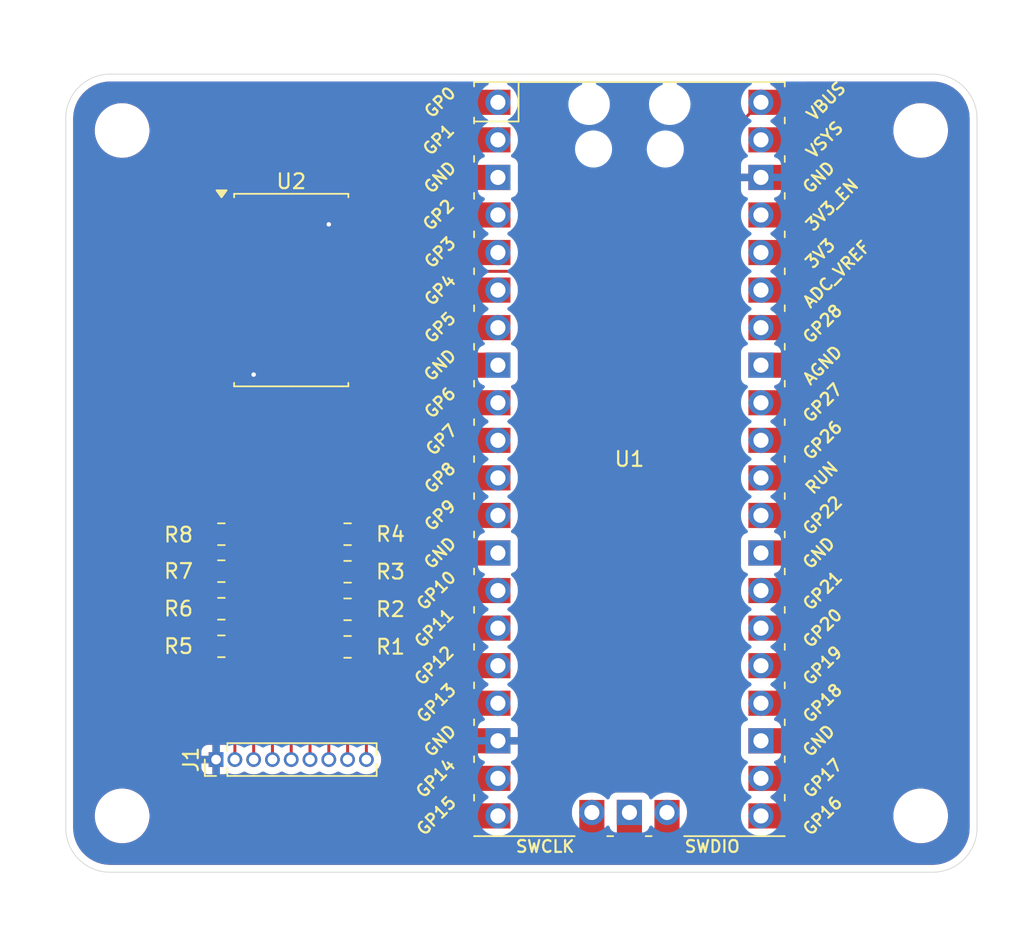
<source format=kicad_pcb>
(kicad_pcb (version 20240108) (generator "pcbnew") (generator_version "8.0")
  (layers (0 "F.Cu" signal) (31 "B.Cu" signal) (34 "B.Paste" user) (35 "F.Paste" user) (36 "B.SilkS" user "B.Silkscreen") (37 "F.SilkS" user "F.Silkscreen") (38 "B.Mask" user) (39 "F.Mask" user) (44 "Edge.Cuts" user))
  (net 0 "")
  (net 1 "Net-(J1-Pin_6)")
  (net 2 "Net-(J1-Pin_5)")
  (net 3 "Net-(J1-Pin_4)")
  (net 4 "GND")
  (net 5 "Net-(J1-Pin_7)")
  (net 6 "Net-(J1-Pin_3)")
  (net 7 "Net-(J1-Pin_8)")
  (net 8 "Net-(J1-Pin_2)")
  (net 9 "Net-(J1-Pin_9)")
  (net 10 "Net-(U2-1Y0)")
  (net 11 "Net-(U2-1Y1)")
  (net 12 "Net-(U2-1Y2)")
  (net 13 "Net-(U2-1Y3)")
  (net 14 "Net-(U2-2Y0)")
  (net 15 "Net-(U2-2Y1)")
  (net 16 "Net-(U2-2Y2)")
  (net 17 "Net-(U2-2Y3)")
  (net 18 "Net-(U1-GPIO4)")
  (net 19 "Net-(U1-GPIO1)")
  (net 20 "VCC")
  (net 21 "Net-(U1-GPIO5)")
  (net 22 "Net-(U1-GPIO0)")
  (net 23 "Net-(U1-GPIO2)")
  (net 24 "Net-(U1-GPIO3)")
  (net 25 "Net-(U1-GPIO7)")
  (net 26 "Net-(U1-GPIO6)")
  (footprint "Resistor_SMD:R_0805_2012Metric" (layer "F.Cu") (at 149.86 123.19)
    (property "Reference" "R1" (at 2.8975 0 0) (layer "F.SilkS"))
    (property "Value" "560R" (hide yes))
    (fp_line (start -0.227064 -0.735) (end 0.227064 -0.735) (stroke (width 0.12)) (layer "F.SilkS"))
    (fp_line (start -0.227064 0.735) (end 0.227064 0.735) (stroke (width 0.12)) (layer "F.SilkS"))
    (pad "1" smd roundrect (at -0.9125 0) (size 1.025 1.4) (layers "F.Cu" "F.Paste" "F.Mask") (roundrect_rratio 0.243902) (net 10 "Net-(U2-1Y0)"))
    (pad "2" smd roundrect (at 0.9125 0) (size 1.025 1.4) (layers "F.Cu" "F.Paste" "F.Mask") (roundrect_rratio 0.243902) (net 1 "Net-(J1-Pin_6)"))
  )
  (footprint "Resistor_SMD:R_0805_2012Metric" (layer "F.Cu") (at 141.3275 118.07)
    (property "Reference" "R7" (at -2.8975 0 0) (layer "F.SilkS"))
    (property "Value" "560R" (hide yes))
    (fp_line (start -0.227064 -0.735) (end 0.227064 -0.735) (stroke (width 0.12)) (layer "F.SilkS"))
    (fp_line (start -0.227064 0.735) (end 0.227064 0.735) (stroke (width 0.12)) (layer "F.SilkS"))
    (pad "1" smd roundrect (at -0.9125 0) (size 1.025 1.4) (layers "F.Cu" "F.Paste" "F.Mask") (roundrect_rratio 0.243902) (net 16 "Net-(U2-2Y2)"))
    (pad "2" smd roundrect (at 0.9125 0) (size 1.025 1.4) (layers "F.Cu" "F.Paste" "F.Mask") (roundrect_rratio 0.243902) (net 3 "Net-(J1-Pin_4)"))
  )
  (footprint "MountingHole:MountingHole_3.2mm_M3" (layer "F.Cu") (at 134.62 88.265)
    (property "Reference" "H1" (hide yes))
    (property "Value" "MountingHole" (hide yes))
    (pad "" np_thru_hole circle (at 0 0) (size 3.2 3.2) (drill 3.2) (layers "*.Cu" "*.Mask"))
  )
  (footprint "Resistor_SMD:R_0805_2012Metric" (layer "F.Cu") (at 141.3275 120.61)
    (property "Reference" "R6" (at -2.8975 0 0) (layer "F.SilkS"))
    (property "Value" "560R" (hide yes))
    (fp_line (start -0.227064 -0.735) (end 0.227064 -0.735) (stroke (width 0.12)) (layer "F.SilkS"))
    (fp_line (start -0.227064 0.735) (end 0.227064 0.735) (stroke (width 0.12)) (layer "F.SilkS"))
    (pad "1" smd roundrect (at -0.9125 0) (size 1.025 1.4) (layers "F.Cu" "F.Paste" "F.Mask") (roundrect_rratio 0.243902) (net 15 "Net-(U2-2Y1)"))
    (pad "2" smd roundrect (at 0.9125 0) (size 1.025 1.4) (layers "F.Cu" "F.Paste" "F.Mask") (roundrect_rratio 0.243902) (net 6 "Net-(J1-Pin_3)"))
  )
  (footprint "MountingHole:MountingHole_3.2mm_M3" (layer "F.Cu") (at 188.595 88.265)
    (property "Reference" "H2" (hide yes))
    (property "Value" "MountingHole" (hide yes))
    (pad "" np_thru_hole circle (at 0 0) (size 3.2 3.2) (drill 3.2) (layers "*.Cu" "*.Mask"))
  )
  (footprint "MountingHole:MountingHole_3.2mm_M3" (layer "F.Cu") (at 188.595 134.62)
    (property "Reference" "H4" (hide yes))
    (property "Value" "MountingHole" (hide yes))
    (pad "" np_thru_hole circle (at 0 0) (size 3.2 3.2) (drill 3.2) (layers "*.Cu" "*.Mask"))
  )
  (footprint "MountingHole:MountingHole_3.2mm_M3" (layer "F.Cu") (at 134.62 134.62)
    (property "Reference" "H3" (hide yes))
    (property "Value" "MountingHole" (hide yes))
    (pad "" np_thru_hole circle (at 0 0) (size 3.2 3.2) (drill 3.2) (layers "*.Cu" "*.Mask"))
  )
  (footprint "Resistor_SMD:R_0805_2012Metric" (layer "F.Cu") (at 149.86 120.65)
    (property "Reference" "R2" (at 2.8975 0 0) (layer "F.SilkS"))
    (property "Value" "560R" (hide yes))
    (fp_line (start -0.227064 -0.735) (end 0.227064 -0.735) (stroke (width 0.12)) (layer "F.SilkS"))
    (fp_line (start -0.227064 0.735) (end 0.227064 0.735) (stroke (width 0.12)) (layer "F.SilkS"))
    (pad "1" smd roundrect (at -0.9125 0) (size 1.025 1.4) (layers "F.Cu" "F.Paste" "F.Mask") (roundrect_rratio 0.243902) (net 11 "Net-(U2-1Y1)"))
    (pad "2" smd roundrect (at 0.9125 0) (size 1.025 1.4) (layers "F.Cu" "F.Paste" "F.Mask") (roundrect_rratio 0.243902) (net 5 "Net-(J1-Pin_7)"))
  )
  (footprint "Resistor_SMD:R_0805_2012Metric" (layer "F.Cu") (at 141.3275 123.15)
    (property "Reference" "R5" (at -2.8975 0 0) (layer "F.SilkS"))
    (property "Value" "560R" (hide yes))
    (fp_line (start -0.227064 -0.735) (end 0.227064 -0.735) (stroke (width 0.12)) (layer "F.SilkS"))
    (fp_line (start -0.227064 0.735) (end 0.227064 0.735) (stroke (width 0.12)) (layer "F.SilkS"))
    (pad "1" smd roundrect (at -0.9125 0) (size 1.025 1.4) (layers "F.Cu" "F.Paste" "F.Mask") (roundrect_rratio 0.243902) (net 14 "Net-(U2-2Y0)"))
    (pad "2" smd roundrect (at 0.9125 0) (size 1.025 1.4) (layers "F.Cu" "F.Paste" "F.Mask") (roundrect_rratio 0.243902) (net 8 "Net-(J1-Pin_2)"))
  )
  (footprint "MCU_RaspberryPi_and_Boards:RPi_Pico_SMD_TH" (layer "F.Cu") (at 168.91 110.49)
    (property "Reference" "U1" (at 0 0 0) (layer "F.SilkS"))
    (property "Value" "Pico")
    (fp_line (start -10.5 -25.5) (end -10.5 -25.2) (stroke (width 0.12)) (layer "F.SilkS"))
    (fp_line (start -10.5 -25.5) (end 10.5 -25.5) (stroke (width 0.12)) (layer "F.SilkS"))
    (fp_line (start -10.5 -23.1) (end -10.5 -22.7) (stroke (width 0.12)) (layer "F.SilkS"))
    (fp_line (start -10.5 -22.833) (end -7.493 -22.833) (stroke (width 0.12)) (layer "F.SilkS"))
    (fp_line (start -10.5 -20.5) (end -10.5 -20.1) (stroke (width 0.12)) (layer "F.SilkS"))
    (fp_line (start -10.5 -18) (end -10.5 -17.6) (stroke (width 0.12)) (layer "F.SilkS"))
    (fp_line (start -10.5 -15.4) (end -10.5 -15) (stroke (width 0.12)) (layer "F.SilkS"))
    (fp_line (start -10.5 -12.9) (end -10.5 -12.5) (stroke (width 0.12)) (layer "F.SilkS"))
    (fp_line (start -10.5 -10.4) (end -10.5 -10) (stroke (width 0.12)) (layer "F.SilkS"))
    (fp_line (start -10.5 -7.8) (end -10.5 -7.4) (stroke (width 0.12)) (layer "F.SilkS"))
    (fp_line (start -10.5 -5.3) (end -10.5 -4.9) (stroke (width 0.12)) (layer "F.SilkS"))
    (fp_line (start -10.5 -2.7) (end -10.5 -2.3) (stroke (width 0.12)) (layer "F.SilkS"))
    (fp_line (start -10.5 -0.2) (end -10.5 0.2) (stroke (width 0.12)) (layer "F.SilkS"))
    (fp_line (start -10.5 2.3) (end -10.5 2.7) (stroke (width 0.12)) (layer "F.SilkS"))
    (fp_line (start -10.5 4.9) (end -10.5 5.3) (stroke (width 0.12)) (layer "F.SilkS"))
    (fp_line (start -10.5 7.4) (end -10.5 7.8) (stroke (width 0.12)) (layer "F.SilkS"))
    (fp_line (start -10.5 10) (end -10.5 10.4) (stroke (width 0.12)) (layer "F.SilkS"))
    (fp_line (start -10.5 12.5) (end -10.5 12.9) (stroke (width 0.12)) (layer "F.SilkS"))
    (fp_line (start -10.5 15.1) (end -10.5 15.5) (stroke (width 0.12)) (layer "F.SilkS"))
    (fp_line (start -10.5 17.6) (end -10.5 18) (stroke (width 0.12)) (layer "F.SilkS"))
    (fp_line (start -10.5 20.1) (end -10.5 20.5) (stroke (width 0.12)) (layer "F.SilkS"))
    (fp_line (start -10.5 22.7) (end -10.5 23.1) (stroke (width 0.12)) (layer "F.SilkS"))
    (fp_line (start -7.493 -22.833) (end -7.493 -25.5) (stroke (width 0.12)) (layer "F.SilkS"))
    (fp_line (start -3.7 25.5) (end -10.5 25.5) (stroke (width 0.12)) (layer "F.SilkS"))
    (fp_line (start -1.5 25.5) (end -1.1 25.5) (stroke (width 0.12)) (layer "F.SilkS"))
    (fp_line (start 1.1 25.5) (end 1.5 25.5) (stroke (width 0.12)) (layer "F.SilkS"))
    (fp_line (start 10.5 -25.5) (end 10.5 -25.2) (stroke (width 0.12)) (layer "F.SilkS"))
    (fp_line (start 10.5 -23.1) (end 10.5 -22.7) (stroke (width 0.12)) (layer "F.SilkS"))
    (fp_line (start 10.5 -20.5) (end 10.5 -20.1) (stroke (width 0.12)) (layer "F.SilkS"))
    (fp_line (start 10.5 -18) (end 10.5 -17.6) (stroke (width 0.12)) (layer "F.SilkS"))
    (fp_line (start 10.5 -15.4) (end 10.5 -15) (stroke (width 0.12)) (layer "F.SilkS"))
    (fp_line (start 10.5 -12.9) (end 10.5 -12.5) (stroke (width 0.12)) (layer "F.SilkS"))
    (fp_line (start 10.5 -10.4) (end 10.5 -10) (stroke (width 0.12)) (layer "F.SilkS"))
    (fp_line (start 10.5 -7.8) (end 10.5 -7.4) (stroke (width 0.12)) (layer "F.SilkS"))
    (fp_line (start 10.5 -5.3) (end 10.5 -4.9) (stroke (width 0.12)) (layer "F.SilkS"))
    (fp_line (start 10.5 -2.7) (end 10.5 -2.3) (stroke (width 0.12)) (layer "F.SilkS"))
    (fp_line (start 10.5 -0.2) (end 10.5 0.2) (stroke (width 0.12)) (layer "F.SilkS"))
    (fp_line (start 10.5 2.3) (end 10.5 2.7) (stroke (width 0.12)) (layer "F.SilkS"))
    (fp_line (start 10.5 4.9) (end 10.5 5.3) (stroke (width 0.12)) (layer "F.SilkS"))
    (fp_line (start 10.5 7.4) (end 10.5 7.8) (stroke (width 0.12)) (layer "F.SilkS"))
    (fp_line (start 10.5 10) (end 10.5 10.4) (stroke (width 0.12)) (layer "F.SilkS"))
    (fp_line (start 10.5 12.5) (end 10.5 12.9) (stroke (width 0.12)) (layer "F.SilkS"))
    (fp_line (start 10.5 15.1) (end 10.5 15.5) (stroke (width 0.12)) (layer "F.SilkS"))
    (fp_line (start 10.5 17.6) (end 10.5 18) (stroke (width 0.12)) (layer "F.SilkS"))
    (fp_line (start 10.5 20.1) (end 10.5 20.5) (stroke (width 0.12)) (layer "F.SilkS"))
    (fp_line (start 10.5 22.7) (end 10.5 23.1) (stroke (width 0.12)) (layer "F.SilkS"))
    (fp_line (start 10.5 25.5) (end 3.7 25.5) (stroke (width 0.12)) (layer "F.SilkS"))
    (fp_text user "GP2" (at -12.9 -16.51 45) (layer "F.SilkS") (effects (font (size 0.8 0.8))))
    (fp_text user "VSYS" (at 13.2 -21.59 45) (layer "F.SilkS") (effects (font (size 0.8 0.8))))
    (fp_text user "GND" (at 12.8 -19.05 45) (layer "F.SilkS") (effects (font (size 0.8 0.8))))
    (fp_text user "GP28" (at 13.054 -9.144 45) (layer "F.SilkS") (effects (font (size 0.8 0.8))))
    (fp_text user "GP4" (at -12.8 -11.43 45) (layer "F.SilkS") (effects (font (size 0.8 0.8))))
    (fp_text user "SWDIO" (at 5.6 26.2 0) (layer "F.SilkS") (effects (font (size 0.8 0.8))))
    (fp_text user "GND" (at -12.8 -19.05 45) (layer "F.SilkS") (effects (font (size 0.8 0.8))))
    (fp_text user "GP19" (at 13.054 13.97 45) (layer "F.SilkS") (effects (font (size 0.8 0.8))))
    (fp_text user "3V3" (at 12.9 -13.9 45) (layer "F.SilkS") (effects (font (size 0.8 0.8))))
    (fp_text user "GP20" (at 13.054 11.43 45) (layer "F.SilkS") (effects (font (size 0.8 0.8))))
    (fp_text user "GP16" (at 13.054 24.13 45) (layer "F.SilkS") (effects (font (size 0.8 0.8))))
    (fp_text user "GP6" (at -12.8 -3.81 45) (layer "F.SilkS") (effects (font (size 0.8 0.8))))
    (fp_text user "GP10" (at -13.054 8.89 45) (layer "F.SilkS") (effects (font (size 0.8 0.8))))
    (fp_text user "3V3_EN" (at 13.7 -17.2 45) (layer "F.SilkS") (effects (font (size 0.8 0.8))))
    (fp_text user "GP7" (at -12.7 -1.3 45) (layer "F.SilkS") (effects (font (size 0.8 0.8))))
    (fp_text user "GP14" (at -13.1 21.59 45) (layer "F.SilkS") (effects (font (size 0.8 0.8))))
    (fp_text user "GP21" (at 13.054 8.9 45) (layer "F.SilkS") (effects (font (size 0.8 0.8))))
    (fp_text user "GP15" (at -13.054 24.13 45) (layer "F.SilkS") (effects (font (size 0.8 0.8))))
    (fp_text user "GP13" (at -13.054 16.51 45) (layer "F.SilkS") (effects (font (size 0.8 0.8))))
    (fp_text user "ADC_VREF" (at 14 -12.5 45) (layer "F.SilkS") (effects (font (size 0.8 0.8))))
    (fp_text user "GND" (at -12.8 -6.35 45) (layer "F.SilkS") (effects (font (size 0.8 0.8))))
    (fp_text user "GP0" (at -12.8 -24.13 45) (layer "F.SilkS") (effects (font (size 0.8 0.8))))
    (fp_text user "GP5" (at -12.8 -8.89 45) (layer "F.SilkS") (effects (font (size 0.8 0.8))))
    (fp_text user "GP3" (at -12.8 -13.97 45) (layer "F.SilkS") (effects (font (size 0.8 0.8))))
    (fp_text user "GP11" (at -13.2 11.43 45) (layer "F.SilkS") (effects (font (size 0.8 0.8))))
    (fp_text user "GND" (at -12.8 6.35 45) (layer "F.SilkS") (effects (font (size 0.8 0.8))))
    (fp_text user "SWCLK" (at -5.7 26.2 0) (layer "F.SilkS") (effects (font (size 0.8 0.8))))
    (fp_text user "GP22" (at 13.054 3.81 45) (layer "F.SilkS") (effects (font (size 0.8 0.8))))
    (fp_text user "VBUS" (at 13.3 -24.2 45) (layer "F.SilkS") (effects (font (size 0.8 0.8))))
    (fp_text user "GND" (at -12.8 19.05 45) (layer "F.SilkS") (effects (font (size 0.8 0.8))))
    (fp_text user "AGND" (at 13.054 -6.35 45) (layer "F.SilkS") (effects (font (size 0.8 0.8))))
    (fp_text user "GP8" (at -12.8 1.27 45) (layer "F.SilkS") (effects (font (size 0.8 0.8))))
    (fp_text user "GND" (at 12.8 19.05 45) (layer "F.SilkS") (effects (font (size 0.8 0.8))))
    (fp_text user "GP9" (at -12.8 3.81 45) (layer "F.SilkS") (effects (font (size 0.8 0.8))))
    (fp_text user "GP12" (at -13.2 13.97 45) (layer "F.SilkS") (effects (font (size 0.8 0.8))))
    (fp_text user "GP1" (at -12.9 -21.6 45) (layer "F.SilkS") (effects (font (size 0.8 0.8))))
    (fp_text user "GP27" (at 13.054 -3.8 45) (layer "F.SilkS") (effects (font (size 0.8 0.8))))
    (fp_text user "GP17" (at 13.054 21.59 45) (layer "F.SilkS") (effects (font (size 0.8 0.8))))
    (fp_text user "GP18" (at 13.054 16.51 45) (layer "F.SilkS") (effects (font (size 0.8 0.8))))
    (fp_text user "GP26" (at 13.054 -1.27 45) (layer "F.SilkS") (effects (font (size 0.8 0.8))))
    (fp_text user "RUN" (at 13 1.27 45) (layer "F.SilkS") (effects (font (size 0.8 0.8))))
    (fp_text user "GND" (at 12.8 6.35 45) (layer "F.SilkS") (effects (font (size 0.8 0.8))))
    (pad "" np_thru_hole oval (at -2.725 -24) (size 1.8 1.8) (drill 1.8) (layers "*.Cu" "*.Mask"))
    (pad "" np_thru_hole oval (at -2.425 -20.97) (size 1.5 1.5) (drill 1.5) (layers "*.Cu" "*.Mask"))
    (pad "" np_thru_hole oval (at 2.425 -20.97) (size 1.5 1.5) (drill 1.5) (layers "*.Cu" "*.Mask"))
    (pad "" np_thru_hole oval (at 2.725 -24) (size 1.8 1.8) (drill 1.8) (layers "*.Cu" "*.Mask"))
    (pad "1" thru_hole oval (at -8.89 -24.13) (size 1.7 1.7) (drill 1.02) (layers "*.Cu" "*.Mask") (net 22 "Net-(U1-GPIO0)"))
    (pad "1" smd rect (at -8.89 -24.13) (size 3.5 1.7) (drill (offset -0.9 0)) (layers "F.Cu" "F.Mask") (net 22 "Net-(U1-GPIO0)"))
    (pad "2" thru_hole oval (at -8.89 -21.59) (size 1.7 1.7) (drill 1.02) (layers "*.Cu" "*.Mask") (net 19 "Net-(U1-GPIO1)"))
    (pad "2" smd rect (at -8.89 -21.59) (size 3.5 1.7) (drill (offset -0.9 0)) (layers "F.Cu" "F.Mask") (net 19 "Net-(U1-GPIO1)"))
    (pad "3" thru_hole rect (at -8.89 -19.05) (size 1.7 1.7) (drill 1.02) (layers "*.Cu" "*.Mask"))
    (pad "3" smd rect (at -8.89 -19.05) (size 3.5 1.7) (drill (offset -0.9 0)) (layers "F.Cu" "F.Mask"))
    (pad "4" thru_hole oval (at -8.89 -16.51) (size 1.7 1.7) (drill 1.02) (layers "*.Cu" "*.Mask") (net 23 "Net-(U1-GPIO2)"))
    (pad "4" smd rect (at -8.89 -16.51) (size 3.5 1.7) (drill (offset -0.9 0)) (layers "F.Cu" "F.Mask") (net 23 "Net-(U1-GPIO2)"))
    (pad "5" thru_hole oval (at -8.89 -13.97) (size 1.7 1.7) (drill 1.02) (layers "*.Cu" "*.Mask") (net 24 "Net-(U1-GPIO3)"))
    (pad "5" smd rect (at -8.89 -13.97) (size 3.5 1.7) (drill (offset -0.9 0)) (layers "F.Cu" "F.Mask") (net 24 "Net-(U1-GPIO3)"))
    (pad "6" thru_hole oval (at -8.89 -11.43) (size 1.7 1.7) (drill 1.02) (layers "*.Cu" "*.Mask") (net 18 "Net-(U1-GPIO4)"))
    (pad "6" smd rect (at -8.89 -11.43) (size 3.5 1.7) (drill (offset -0.9 0)) (layers "F.Cu" "F.Mask") (net 18 "Net-(U1-GPIO4)"))
    (pad "7" thru_hole oval (at -8.89 -8.89) (size 1.7 1.7) (drill 1.02) (layers "*.Cu" "*.Mask") (net 21 "Net-(U1-GPIO5)"))
    (pad "7" smd rect (at -8.89 -8.89) (size 3.5 1.7) (drill (offset -0.9 0)) (layers "F.Cu" "F.Mask") (net 21 "Net-(U1-GPIO5)"))
    (pad "8" thru_hole rect (at -8.89 -6.35) (size 1.7 1.7) (drill 1.02) (layers "*.Cu" "*.Mask"))
    (pad "8" smd rect (at -8.89 -6.35) (size 3.5 1.7) (drill (offset -0.9 0)) (layers "F.Cu" "F.Mask"))
    (pad "9" thru_hole oval (at -8.89 -3.81) (size 1.7 1.7) (drill 1.02) (layers "*.Cu" "*.Mask") (net 26 "Net-(U1-GPIO6)"))
    (pad "9" smd rect (at -8.89 -3.81) (size 3.5 1.7) (drill (offset -0.9 0)) (layers "F.Cu" "F.Mask") (net 26 "Net-(U1-GPIO6)"))
    (pad "10" thru_hole oval (at -8.89 -1.27) (size 1.7 1.7) (drill 1.02) (layers "*.Cu" "*.Mask") (net 25 "Net-(U1-GPIO7)"))
    (pad "10" smd rect (at -8.89 -1.27) (size 3.5 1.7) (drill (offset -0.9 0)) (layers "F.Cu" "F.Mask") (net 25 "Net-(U1-GPIO7)"))
    (pad "11" thru_hole oval (at -8.89 1.27) (size 1.7 1.7) (drill 1.02) (layers "*.Cu" "*.Mask"))
    (pad "11" smd rect (at -8.89 1.27) (size 3.5 1.7) (drill (offset -0.9 0)) (layers "F.Cu" "F.Mask"))
    (pad "12" thru_hole oval (at -8.89 3.81) (size 1.7 1.7) (drill 1.02) (layers "*.Cu" "*.Mask"))
    (pad "12" smd rect (at -8.89 3.81) (size 3.5 1.7) (drill (offset -0.9 0)) (layers "F.Cu" "F.Mask"))
    (pad "13" thru_hole rect (at -8.89 6.35) (size 1.7 1.7) (drill 1.02) (layers "*.Cu" "*.Mask"))
    (pad "13" smd rect (at -8.89 6.35) (size 3.5 1.7) (drill (offset -0.9 0)) (layers "F.Cu" "F.Mask"))
    (pad "14" thru_hole oval (at -8.89 8.89) (size 1.7 1.7) (drill 1.02) (layers "*.Cu" "*.Mask"))
    (pad "14" smd rect (at -8.89 8.89) (size 3.5 1.7) (drill (offset -0.9 0)) (layers "F.Cu" "F.Mask"))
    (pad "15" thru_hole oval (at -8.89 11.43) (size 1.7 1.7) (drill 1.02) (layers "*.Cu" "*.Mask"))
    (pad "15" smd rect (at -8.89 11.43) (size 3.5 1.7) (drill (offset -0.9 0)) (layers "F.Cu" "F.Mask"))
    (pad "16" thru_hole oval (at -8.89 13.97) (size 1.7 1.7) (drill 1.02) (layers "*.Cu" "*.Mask"))
    (pad "16" smd rect (at -8.89 13.97) (size 3.5 1.7) (drill (offset -0.9 0)) (layers "F.Cu" "F.Mask"))
    (pad "17" thru_hole oval (at -8.89 16.51) (size 1.7 1.7) (drill 1.02) (layers "*.Cu" "*.Mask"))
    (pad "17" smd rect (at -8.89 16.51) (size 3.5 1.7) (drill (offset -0.9 0)) (layers "F.Cu" "F.Mask"))
    (pad "18" thru_hole rect (at -8.89 19.05) (size 1.7 1.7) (drill 1.02) (layers "*.Cu" "*.Mask") (net 4 "GND"))
    (pad "18" smd rect (at -8.89 19.05) (size 3.5 1.7) (drill (offset -0.9 0)) (layers "F.Cu" "F.Mask") (net 4 "GND"))
    (pad "19" thru_hole oval (at -8.89 21.59) (size 1.7 1.7) (drill 1.02) (layers "*.Cu" "*.Mask"))
    (pad "19" smd rect (at -8.89 21.59) (size 3.5 1.7) (drill (offset -0.9 0)) (layers "F.Cu" "F.Mask"))
    (pad "20" thru_hole oval (at -8.89 24.13) (size 1.7 1.7) (drill 1.02) (layers "*.Cu" "*.Mask"))
    (pad "20" smd rect (at -8.89 24.13) (size 3.5 1.7) (drill (offset -0.9 0)) (layers "F.Cu" "F.Mask"))
    (pad "21" thru_hole oval (at 8.89 24.13) (size 1.7 1.7) (drill 1.02) (layers "*.Cu" "*.Mask"))
    (pad "21" smd rect (at 8.89 24.13) (size 3.5 1.7) (drill (offset 0.9 0)) (layers "F.Cu" "F.Mask"))
    (pad "22" thru_hole oval (at 8.89 21.59) (size 1.7 1.7) (drill 1.02) (layers "*.Cu" "*.Mask"))
    (pad "22" smd rect (at 8.89 21.59) (size 3.5 1.7) (drill (offset 0.9 0)) (layers "F.Cu" "F.Mask"))
    (pad "23" thru_hole rect (at 8.89 19.05) (size 1.7 1.7) (drill 1.02) (layers "*.Cu" "*.Mask"))
    (pad "23" smd rect (at 8.89 19.05) (size 3.5 1.7) (drill (offset 0.9 0)) (layers "F.Cu" "F.Mask"))
    (pad "24" thru_hole oval (at 8.89 16.51) (size 1.7 1.7) (drill 1.02) (layers "*.Cu" "*.Mask"))
    (pad "24" smd rect (at 8.89 16.51) (size 3.5 1.7) (drill (offset 0.9 0)) (layers "F.Cu" "F.Mask"))
    (pad "25" thru_hole oval (at 8.89 13.97) (size 1.7 1.7) (drill 1.02) (layers "*.Cu" "*.Mask"))
    (pad "25" smd rect (at 8.89 13.97) (size 3.5 1.7) (drill (offset 0.9 0)) (layers "F.Cu" "F.Mask"))
    (pad "26" thru_hole oval (at 8.89 11.43) (size 1.7 1.7) (drill 1.02) (layers "*.Cu" "*.Mask"))
    (pad "26" smd rect (at 8.89 11.43) (size 3.5 1.7) (drill (offset 0.9 0)) (layers "F.Cu" "F.Mask"))
    (pad "27" thru_hole oval (at 8.89 8.89) (size 1.7 1.7) (drill 1.02) (layers "*.Cu" "*.Mask"))
    (pad "27" smd rect (at 8.89 8.89) (size 3.5 1.7) (drill (offset 0.9 0)) (layers "F.Cu" "F.Mask"))
    (pad "28" thru_hole rect (at 8.89 6.35) (size 1.7 1.7) (drill 1.02) (layers "*.Cu" "*.Mask"))
    (pad "28" smd rect (at 8.89 6.35) (size 3.5 1.7) (drill (offset 0.9 0)) (layers "F.Cu" "F.Mask"))
    (pad "29" thru_hole oval (at 8.89 3.81) (size 1.7 1.7) (drill 1.02) (layers "*.Cu" "*.Mask"))
    (pad "29" smd rect (at 8.89 3.81) (size 3.5 1.7) (drill (offset 0.9 0)) (layers "F.Cu" "F.Mask"))
    (pad "30" thru_hole oval (at 8.89 1.27) (size 1.7 1.7) (drill 1.02) (layers "*.Cu" "*.Mask"))
    (pad "30" smd rect (at 8.89 1.27) (size 3.5 1.7) (drill (offset 0.9 0)) (layers "F.Cu" "F.Mask"))
    (pad "31" thru_hole oval (at 8.89 -1.27) (size 1.7 1.7) (drill 1.02) (layers "*.Cu" "*.Mask"))
    (pad "31" smd rect (at 8.89 -1.27) (size 3.5 1.7) (drill (offset 0.9 0)) (layers "F.Cu" "F.Mask"))
    (pad "32" thru_hole oval (at 8.89 -3.81) (size 1.7 1.7) (drill 1.02) (layers "*.Cu" "*.Mask"))
    (pad "32" smd rect (at 8.89 -3.81) (size 3.5 1.7) (drill (offset 0.9 0)) (layers "F.Cu" "F.Mask"))
    (pad "33" thru_hole rect (at 8.89 -6.35) (size 1.7 1.7) (drill 1.02) (layers "*.Cu" "*.Mask"))
    (pad "33" smd rect (at 8.89 -6.35) (size 3.5 1.7) (drill (offset 0.9 0)) (layers "F.Cu" "F.Mask"))
    (pad "34" thru_hole oval (at 8.89 -8.89) (size 1.7 1.7) (drill 1.02) (layers "*.Cu" "*.Mask"))
    (pad "34" smd rect (at 8.89 -8.89) (size 3.5 1.7) (drill (offset 0.9 0)) (layers "F.Cu" "F.Mask"))
    (pad "35" thru_hole oval (at 8.89 -11.43) (size 1.7 1.7) (drill 1.02) (layers "*.Cu" "*.Mask"))
    (pad "35" smd rect (at 8.89 -11.43) (size 3.5 1.7) (drill (offset 0.9 0)) (layers "F.Cu" "F.Mask"))
    (pad "36" thru_hole oval (at 8.89 -13.97) (size 1.7 1.7) (drill 1.02) (layers "*.Cu" "*.Mask"))
    (pad "36" smd rect (at 8.89 -13.97) (size 3.5 1.7) (drill (offset 0.9 0)) (layers "F.Cu" "F.Mask"))
    (pad "37" thru_hole oval (at 8.89 -16.51) (size 1.7 1.7) (drill 1.02) (layers "*.Cu" "*.Mask"))
    (pad "37" smd rect (at 8.89 -16.51) (size 3.5 1.7) (drill (offset 0.9 0)) (layers "F.Cu" "F.Mask"))
    (pad "38" thru_hole rect (at 8.89 -19.05) (size 1.7 1.7) (drill 1.02) (layers "*.Cu" "*.Mask") (net 4 "GND"))
    (pad "38" smd rect (at 8.89 -19.05) (size 3.5 1.7) (drill (offset 0.9 0)) (layers "F.Cu" "F.Mask") (net 4 "GND"))
    (pad "39" thru_hole oval (at 8.89 -21.59) (size 1.7 1.7) (drill 1.02) (layers "*.Cu" "*.Mask"))
    (pad "39" smd rect (at 8.89 -21.59) (size 3.5 1.7) (drill (offset 0.9 0)) (layers "F.Cu" "F.Mask"))
    (pad "40" thru_hole oval (at 8.89 -24.13) (size 1.7 1.7) (drill 1.02) (layers "*.Cu" "*.Mask") (net 20 "VCC"))
    (pad "40" smd rect (at 8.89 -24.13) (size 3.5 1.7) (drill (offset 0.9 0)) (layers "F.Cu" "F.Mask") (net 20 "VCC"))
    (pad "41" thru_hole oval (at -2.54 23.9) (size 1.7 1.7) (drill 1.02) (layers "*.Cu" "*.Mask"))
    (pad "41" smd rect (at -2.54 23.9 90) (size 3.5 1.7) (drill (offset -0.9 0)) (layers "F.Cu" "F.Mask"))
    (pad "42" thru_hole rect (at 0 23.9) (size 1.7 1.7) (drill 1.02) (layers "*.Cu" "*.Mask"))
    (pad "42" smd rect (at 0 23.9 90) (size 3.5 1.7) (drill (offset -0.9 0)) (layers "F.Cu" "F.Mask"))
    (pad "43" thru_hole oval (at 2.54 23.9) (size 1.7 1.7) (drill 1.02) (layers "*.Cu" "*.Mask"))
    (pad "43" smd rect (at 2.54 23.9 90) (size 3.5 1.7) (drill (offset -0.9 0)) (layers "F.Cu" "F.Mask"))
  )
  (footprint "Resistor_SMD:R_0805_2012Metric" (layer "F.Cu") (at 141.3275 115.57)
    (property "Reference" "R8" (at -2.8975 0.04 0) (layer "F.SilkS"))
    (property "Value" "560R" (hide yes))
    (fp_line (start -0.227064 -0.735) (end 0.227064 -0.735) (stroke (width 0.12)) (layer "F.SilkS"))
    (fp_line (start -0.227064 0.735) (end 0.227064 0.735) (stroke (width 0.12)) (layer "F.SilkS"))
    (pad "1" smd roundrect (at -0.9125 0) (size 1.025 1.4) (layers "F.Cu" "F.Paste" "F.Mask") (roundrect_rratio 0.243902) (net 17 "Net-(U2-2Y3)"))
    (pad "2" smd roundrect (at 0.9125 0) (size 1.025 1.4) (layers "F.Cu" "F.Paste" "F.Mask") (roundrect_rratio 0.243902) (net 2 "Net-(J1-Pin_5)"))
  )
  (footprint "Resistor_SMD:R_0805_2012Metric" (layer "F.Cu") (at 149.86 115.57)
    (property "Reference" "R4" (at 2.8975 0 0) (layer "F.SilkS"))
    (property "Value" "560R" (hide yes))
    (fp_line (start -0.227064 -0.735) (end 0.227064 -0.735) (stroke (width 0.12)) (layer "F.SilkS"))
    (fp_line (start -0.227064 0.735) (end 0.227064 0.735) (stroke (width 0.12)) (layer "F.SilkS"))
    (pad "1" smd roundrect (at -0.9125 0) (size 1.025 1.4) (layers "F.Cu" "F.Paste" "F.Mask") (roundrect_rratio 0.243902) (net 13 "Net-(U2-1Y3)"))
    (pad "2" smd roundrect (at 0.9125 0) (size 1.025 1.4) (layers "F.Cu" "F.Paste" "F.Mask") (roundrect_rratio 0.243902) (net 9 "Net-(J1-Pin_9)"))
  )
  (footprint "Resistor_SMD:R_0805_2012Metric" (layer "F.Cu") (at 149.86 118.11)
    (property "Reference" "R3" (at 2.8975 0 0) (layer "F.SilkS"))
    (property "Value" "560R" (hide yes))
    (fp_line (start -0.227064 -0.735) (end 0.227064 -0.735) (stroke (width 0.12)) (layer "F.SilkS"))
    (fp_line (start -0.227064 0.735) (end 0.227064 0.735) (stroke (width 0.12)) (layer "F.SilkS"))
    (pad "1" smd roundrect (at -0.9125 0) (size 1.025 1.4) (layers "F.Cu" "F.Paste" "F.Mask") (roundrect_rratio 0.243902) (net 12 "Net-(U2-1Y2)"))
    (pad "2" smd roundrect (at 0.9125 0) (size 1.025 1.4) (layers "F.Cu" "F.Paste" "F.Mask") (roundrect_rratio 0.243902) (net 7 "Net-(J1-Pin_8)"))
  )
  (footprint "Package_SO:SOIC-20W_7.5x12.8mm_P1.27mm" (layer "F.Cu") (at 146.05 99.06)
    (property "Reference" "U2" (at 0 -7.35 0) (layer "F.SilkS"))
    (property "Value" "74HCT244")
    (fp_line (start -3.86 -6.51) (end -3.86 -6.275) (stroke (width 0.12)) (layer "F.SilkS"))
    (fp_line (start -3.86 6.51) (end -3.86 6.275) (stroke (width 0.12)) (layer "F.SilkS"))
    (fp_line (start 0 -6.51) (end -3.86 -6.51) (stroke (width 0.12)) (layer "F.SilkS"))
    (fp_line (start 0 -6.51) (end 3.86 -6.51) (stroke (width 0.12)) (layer "F.SilkS"))
    (fp_line (start 0 6.51) (end -3.86 6.51) (stroke (width 0.12)) (layer "F.SilkS"))
    (fp_line (start 0 6.51) (end 3.86 6.51) (stroke (width 0.12)) (layer "F.SilkS"))
    (fp_line (start 3.86 -6.51) (end 3.86 -6.275) (stroke (width 0.12)) (layer "F.SilkS"))
    (fp_line (start 3.86 6.51) (end 3.86 6.275) (stroke (width 0.12)) (layer "F.SilkS"))
    (fp_poly (pts (xy -4.7125 -6.275) (xy -5.0525 -6.745) (xy -4.3725 -6.745) (xy -4.7125 -6.275)) (stroke (width 0.12)) (fill solid) (layer "F.SilkS"))
    (pad "1" smd roundrect (at -4.65 -5.715) (size 2.05 0.6) (layers "F.Cu" "F.Paste" "F.Mask") (net 4 "GND"))
    (pad "2" smd roundrect (at -4.65 -4.445) (size 2.05 0.6) (layers "F.Cu" "F.Paste" "F.Mask") (net 22 "Net-(U1-GPIO0)"))
    (pad "3" smd roundrect (at -4.65 -3.175) (size 2.05 0.6) (layers "F.Cu" "F.Paste" "F.Mask") (net 14 "Net-(U2-2Y0)"))
    (pad "4" smd roundrect (at -4.65 -1.905) (size 2.05 0.6) (layers "F.Cu" "F.Paste" "F.Mask") (net 19 "Net-(U1-GPIO1)"))
    (pad "5" smd roundrect (at -4.65 -0.635) (size 2.05 0.6) (layers "F.Cu" "F.Paste" "F.Mask") (net 15 "Net-(U2-2Y1)"))
    (pad "6" smd roundrect (at -4.65 0.635) (size 2.05 0.6) (layers "F.Cu" "F.Paste" "F.Mask") (net 23 "Net-(U1-GPIO2)"))
    (pad "7" smd roundrect (at -4.65 1.905) (size 2.05 0.6) (layers "F.Cu" "F.Paste" "F.Mask") (net 16 "Net-(U2-2Y2)"))
    (pad "8" smd roundrect (at -4.65 3.175) (size 2.05 0.6) (layers "F.Cu" "F.Paste" "F.Mask") (net 24 "Net-(U1-GPIO3)"))
    (pad "9" smd roundrect (at -4.65 4.445) (size 2.05 0.6) (layers "F.Cu" "F.Paste" "F.Mask") (net 17 "Net-(U2-2Y3)"))
    (pad "10" smd roundrect (at -4.65 5.715) (size 2.05 0.6) (layers "F.Cu" "F.Paste" "F.Mask") (net 4 "GND"))
    (pad "11" smd roundrect (at 4.65 5.715) (size 2.05 0.6) (layers "F.Cu" "F.Paste" "F.Mask") (net 25 "Net-(U1-GPIO7)"))
    (pad "12" smd roundrect (at 4.65 4.445) (size 2.05 0.6) (layers "F.Cu" "F.Paste" "F.Mask") (net 13 "Net-(U2-1Y3)"))
    (pad "13" smd roundrect (at 4.65 3.175) (size 2.05 0.6) (layers "F.Cu" "F.Paste" "F.Mask") (net 26 "Net-(U1-GPIO6)"))
    (pad "14" smd roundrect (at 4.65 1.905) (size 2.05 0.6) (layers "F.Cu" "F.Paste" "F.Mask") (net 12 "Net-(U2-1Y2)"))
    (pad "15" smd roundrect (at 4.65 0.635) (size 2.05 0.6) (layers "F.Cu" "F.Paste" "F.Mask") (net 21 "Net-(U1-GPIO5)"))
    (pad "16" smd roundrect (at 4.65 -0.635) (size 2.05 0.6) (layers "F.Cu" "F.Paste" "F.Mask") (net 11 "Net-(U2-1Y1)"))
    (pad "17" smd roundrect (at 4.65 -1.905) (size 2.05 0.6) (layers "F.Cu" "F.Paste" "F.Mask") (net 18 "Net-(U1-GPIO4)"))
    (pad "18" smd roundrect (at 4.65 -3.175) (size 2.05 0.6) (layers "F.Cu" "F.Paste" "F.Mask") (net 10 "Net-(U2-1Y0)"))
    (pad "19" smd roundrect (at 4.65 -4.445) (size 2.05 0.6) (layers "F.Cu" "F.Paste" "F.Mask") (net 4 "GND"))
    (pad "20" smd roundrect (at 4.65 -5.715) (size 2.05 0.6) (layers "F.Cu" "F.Paste" "F.Mask") (net 20 "VCC"))
  )
  (footprint "Connector_PinHeader_1.27mm:PinHeader_1x09_P1.27mm_Vertical" (layer "F.Cu") (at 140.97 130.81 90)
    (property "Reference" "J1" (at 0 -1.695 90) (layer "F.SilkS"))
    (property "Value" "Conn_01x09_Pin" (hide yes))
    (fp_line (start -1.11 -0.76) (end 0 -0.76) (stroke (width 0.12)) (layer "F.SilkS"))
    (fp_line (start -1.11 0) (end -1.11 -0.76) (stroke (width 0.12)) (layer "F.SilkS"))
    (fp_line (start 1.11 0.76) (end 1.11 10.855) (stroke (width 0.12)) (layer "F.SilkS"))
    (fp_line (start 0.563471 0.76) (end 1.11 0.76) (stroke (width 0.12)) (layer "F.SilkS"))
    (fp_line (start -1.11 0.76) (end -0.563471 0.76) (stroke (width 0.12)) (layer "F.SilkS"))
    (fp_line (start -1.11 0.76) (end -1.11 10.855) (stroke (width 0.12)) (layer "F.SilkS"))
    (fp_line (start 0.30753 10.855) (end 1.11 10.855) (stroke (width 0.12)) (layer "F.SilkS"))
    (fp_line (start -1.11 10.855) (end -0.30753 10.855) (stroke (width 0.12)) (layer "F.SilkS"))
    (pad "1" thru_hole rect (at 0 0 90) (size 1 1) (drill 0.65) (layers "*.Cu" "*.Mask") (net 4 "GND"))
    (pad "2" thru_hole oval (at 0 1.27 90) (size 1 1) (drill 0.65) (layers "*.Cu" "*.Mask") (net 8 "Net-(J1-Pin_2)"))
    (pad "3" thru_hole oval (at 0 2.54 90) (size 1 1) (drill 0.65) (layers "*.Cu" "*.Mask") (net 6 "Net-(J1-Pin_3)"))
    (pad "4" thru_hole oval (at 0 3.81 90) (size 1 1) (drill 0.65) (layers "*.Cu" "*.Mask") (net 3 "Net-(J1-Pin_4)"))
    (pad "5" thru_hole oval (at 0 5.08 90) (size 1 1) (drill 0.65) (layers "*.Cu" "*.Mask") (net 2 "Net-(J1-Pin_5)"))
    (pad "6" thru_hole oval (at 0 6.35 90) (size 1 1) (drill 0.65) (layers "*.Cu" "*.Mask") (net 1 "Net-(J1-Pin_6)"))
    (pad "7" thru_hole oval (at 0 7.62 90) (size 1 1) (drill 0.65) (layers "*.Cu" "*.Mask") (net 5 "Net-(J1-Pin_7)"))
    (pad "8" thru_hole oval (at 0 8.89 90) (size 1 1) (drill 0.65) (layers "*.Cu" "*.Mask") (net 7 "Net-(J1-Pin_8)"))
    (pad "9" thru_hole oval (at 0 10.16 90) (size 1 1) (drill 0.65) (layers "*.Cu" "*.Mask") (net 9 "Net-(J1-Pin_9)"))
  )
  (gr_line (start 133.81 84.455) (end 189.405 84.455) (stroke (width 0.05)) (layer "Edge.Cuts"))
  (gr_arc (start 189.405 84.455) (mid 191.52632 85.33368) (end 192.405 87.455) (stroke (width 0.05)) (layer "Edge.Cuts"))
  (gr_arc (start 133.81 138.43) (mid 131.68868 137.55132) (end 130.81 135.43) (stroke (width 0.05)) (layer "Edge.Cuts"))
  (gr_line (start 130.81 135.43) (end 130.81 87.455) (stroke (width 0.05)) (layer "Edge.Cuts"))
  (gr_arc (start 192.405 135.43) (mid 191.52632 137.55132) (end 189.405 138.43) (stroke (width 0.05)) (layer "Edge.Cuts"))
  (gr_line (start 189.405 138.43) (end 133.81 138.43) (stroke (width 0.05)) (layer "Edge.Cuts"))
  (gr_line (start 192.405 87.455) (end 192.405 135.43) (stroke (width 0.05)) (layer "Edge.Cuts"))
  (gr_arc (start 130.81 87.455) (mid 131.68868 85.33368) (end 133.81 84.455) (stroke (width 0.05)) (layer "Edge.Cuts"))
  (segment (start 147.32 128.27) (end 150.7725 124.8175) (width 0.2) (layer "F.Cu") (net 1))
  (segment (start 150.7725 124.8175) (end 150.7725 123.19) (width 0.2) (layer "F.Cu") (net 1))
  (segment (start 147.32 130.81) (end 147.32 128.27) (width 0.2) (layer "F.Cu") (net 1))
  (segment (start 146.05 119.38) (end 142.24 115.57) (width 0.2) (layer "F.Cu") (net 2))
  (segment (start 146.05 130.81) (end 146.05 119.38) (width 0.2) (layer "F.Cu") (net 2))
  (segment (start 142.24 118.07) (end 144.78 120.61) (width 0.2) (layer "F.Cu") (net 3))
  (segment (start 144.78 120.61) (end 144.78 130.81) (width 0.2) (layer "F.Cu") (net 3))
  (segment (start 157.48 129.54) (end 160.02 129.54) (width 0.2) (layer "F.Cu") (net 4))
  (segment (start 141.4 93.345) (end 140.375001 93.345) (width 0.2) (layer "F.Cu") (net 4))
  (via (at 143.51 104.775) (size 0.6) (drill 0.3) (layers "F.Cu" "B.Cu") (net 4))
  (via (at 148.59 94.615) (size 0.6) (drill 0.3) (layers "F.Cu" "B.Cu") (net 4))
  (segment (start 148.59 128.27) (end 152.4 124.46) (width 0.2) (layer "F.Cu") (net 5))
  (segment (start 152.4 124.46) (end 152.4 121.92) (width 0.2) (layer "F.Cu") (net 5))
  (segment (start 152.4 121.92) (end 151.13 120.65) (width 0.2) (layer "F.Cu") (net 5))
  (segment (start 151.13 120.65) (end 150.7725 120.65) (width 0.2) (layer "F.Cu") (net 5))
  (segment (start 148.59 130.81) (end 148.59 128.27) (width 0.2) (layer "F.Cu") (net 5))
  (segment (start 142.24 120.61) (end 143.51 121.88) (width 0.2) (layer "F.Cu") (net 6))
  (segment (start 143.51 121.88) (end 143.51 130.81) (width 0.2) (layer "F.Cu") (net 6))
  (segment (start 153.035 125.095) (end 153.035 120.015) (width 0.2) (layer "F.Cu") (net 7))
  (segment (start 149.86 128.27) (end 153.035 125.095) (width 0.2) (layer "F.Cu") (net 7))
  (segment (start 151.13 118.11) (end 150.7725 118.11) (width 0.2) (layer "F.Cu") (net 7))
  (segment (start 149.86 130.81) (end 149.86 128.27) (width 0.2) (layer "F.Cu") (net 7))
  (segment (start 153.035 120.015) (end 151.13 118.11) (width 0.2) (layer "F.Cu") (net 7))
  (segment (start 142.24 123.15) (end 142.24 130.81) (width 0.2) (layer "F.Cu") (net 8))
  (segment (start 153.67 125.73) (end 153.67 118.4275) (width 0.2) (layer "F.Cu") (net 9))
  (segment (start 150.8125 115.57) (end 150.7725 115.57) (width 0.2) (layer "F.Cu") (net 9))
  (segment (start 151.13 128.27) (end 153.67 125.73) (width 0.2) (layer "F.Cu") (net 9))
  (segment (start 153.67 118.4275) (end 150.8125 115.57) (width 0.2) (layer "F.Cu") (net 9))
  (segment (start 151.13 130.81) (end 151.13 128.27) (width 0.2) (layer "F.Cu") (net 9))
  (segment (start 149.86 95.885) (end 150.7 95.885) (width 0.2) (layer "F.Cu") (net 10))
  (segment (start 148.9475 123.19) (end 147.955 123.19) (width 0.2) (layer "F.Cu") (net 10))
  (segment (start 146.685 99.06) (end 149.86 95.885) (width 0.2) (layer "F.Cu") (net 10))
  (segment (start 147.955 123.19) (end 146.685 121.92) (width 0.2) (layer "F.Cu") (net 10))
  (segment (start 146.685 121.92) (end 146.685 99.06) (width 0.2) (layer "F.Cu") (net 10))
  (segment (start 148.9475 120.65) (end 148.59 120.65) (width 0.2) (layer "F.Cu") (net 11))
  (segment (start 148.59 120.65) (end 147.32 119.38) (width 0.2) (layer "F.Cu") (net 11))
  (segment (start 149.86 98.425) (end 150.7 98.425) (width 0.2) (layer "F.Cu") (net 11))
  (segment (start 147.32 100.965) (end 149.86 98.425) (width 0.2) (layer "F.Cu") (net 11))
  (segment (start 147.32 119.38) (end 147.32 100.965) (width 0.2) (layer "F.Cu") (net 11))
  (segment (start 147.955 117.475) (end 147.955 102.87) (width 0.2) (layer "F.Cu") (net 12))
  (segment (start 148.59 118.11) (end 147.955 117.475) (width 0.2) (layer "F.Cu") (net 12))
  (segment (start 147.955 102.87) (end 149.86 100.965) (width 0.2) (layer "F.Cu") (net 12))
  (segment (start 149.86 100.965) (end 150.7 100.965) (width 0.2) (layer "F.Cu") (net 12))
  (segment (start 148.9475 118.11) (end 148.59 118.11) (width 0.2) (layer "F.Cu") (net 12))
  (segment (start 148.59 115.2125) (end 148.9475 115.57) (width 0.2) (layer "F.Cu") (net 13))
  (segment (start 150.7 103.505) (end 149.86 103.505) (width 0.2) (layer "F.Cu") (net 13))
  (segment (start 148.59 104.775) (end 148.59 115.2125) (width 0.2) (layer "F.Cu") (net 13))
  (segment (start 149.86 103.505) (end 148.59 104.775) (width 0.2) (layer "F.Cu") (net 13))
  (segment (start 140.335 95.885) (end 141.4 95.885) (width 0.2) (layer "F.Cu") (net 14))
  (segment (start 137.795 98.425) (end 140.335 95.885) (width 0.2) (layer "F.Cu") (net 14))
  (segment (start 140.415 123.15) (end 137.795 120.53) (width 0.2) (layer "F.Cu") (net 14))
  (segment (start 137.795 120.53) (end 137.795 98.425) (width 0.2) (layer "F.Cu") (net 14))
  (segment (start 138.43 118.745) (end 138.43 100.370001) (width 0.2) (layer "F.Cu") (net 15))
  (segment (start 138.43 100.370001) (end 140.375001 98.425) (width 0.2) (layer "F.Cu") (net 15))
  (segment (start 140.375001 98.425) (end 141.4 98.425) (width 0.2) (layer "F.Cu") (net 15))
  (segment (start 140.415 120.61) (end 140.295 120.61) (width 0.2) (layer "F.Cu") (net 15))
  (segment (start 140.295 120.61) (end 138.43 118.745) (width 0.2) (layer "F.Cu") (net 15))
  (segment (start 140.295 118.07) (end 139.065 116.84) (width 0.2) (layer "F.Cu") (net 16))
  (segment (start 140.415 118.07) (end 140.295 118.07) (width 0.2) (layer "F.Cu") (net 16))
  (segment (start 140.375001 100.965) (end 141.4 100.965) (width 0.2) (layer "F.Cu") (net 16))
  (segment (start 139.065 116.84) (end 139.065 102.275001) (width 0.2) (layer "F.Cu") (net 16))
  (segment (start 139.065 102.275001) (end 140.375001 100.965) (width 0.2) (layer "F.Cu") (net 16))
  (segment (start 140.415 115.57) (end 139.78 114.935) (width 0.2) (layer "F.Cu") (net 17))
  (segment (start 140.375001 103.505) (end 141.4 103.505) (width 0.2) (layer "F.Cu") (net 17))
  (segment (start 139.78 114.935) (end 139.7 114.935) (width 0.2) (layer "F.Cu") (net 17))
  (segment (start 139.7 114.935) (end 139.7 104.180001) (width 0.2) (layer "F.Cu") (net 17))
  (segment (start 139.7 104.180001) (end 140.375001 103.505) (width 0.2) (layer "F.Cu") (net 17))
  (segment (start 152.4 97.155) (end 154.305 99.06) (width 0.2) (layer "F.Cu") (net 18))
  (segment (start 150.7 97.155) (end 152.4 97.155) (width 0.2) (layer "F.Cu") (net 18))
  (segment (start 154.305 99.06) (end 160.02 99.06) (width 0.2) (layer "F.Cu") (net 18))
  (segment (start 160.02 88.9) (end 151.199314 88.9) (width 0.2) (layer "F.Cu") (net 19))
  (segment (start 151.199314 88.9) (end 142.944314 97.155) (width 0.2) (layer "F.Cu") (net 19))
  (segment (start 142.944314 97.155) (end 141.4 97.155) (width 0.2) (layer "F.Cu") (net 19))
  (segment (start 156.169999 97.79) (end 166.37 97.79) (width 0.2) (layer "F.Cu") (net 20))
  (segment (start 150.7 93.345) (end 151.724999 93.345) (width 0.2) (layer "F.Cu") (net 20))
  (segment (start 166.37 97.79) (end 177.8 86.36) (width 0.2) (layer "F.Cu") (net 20))
  (segment (start 151.724999 93.345) (end 156.169999 97.79) (width 0.2) (layer "F.Cu") (net 20))
  (segment (start 150.7 99.695) (end 152.4 99.695) (width 0.2) (layer "F.Cu") (net 21))
  (segment (start 154.305 101.6) (end 160.02 101.6) (width 0.2) (layer "F.Cu") (net 21))
  (segment (start 152.4 99.695) (end 154.305 101.6) (width 0.2) (layer "F.Cu") (net 21))
  (segment (start 153.035 86.36) (end 144.78 94.615) (width 0.2) (layer "F.Cu") (net 22))
  (segment (start 160.02 86.36) (end 153.035 86.36) (width 0.2) (layer "F.Cu") (net 22))
  (segment (start 144.78 94.615) (end 141.4 94.615) (width 0.2) (layer "F.Cu") (net 22))
  (segment (start 155.575 93.98) (end 152.4 90.805) (width 0.2) (layer "F.Cu") (net 23))
  (segment (start 145.415 95.25) (end 145.415 97.79) (width 0.2) (layer "F.Cu") (net 23))
  (segment (start 149.86 90.805) (end 145.415 95.25) (width 0.2) (layer "F.Cu") (net 23))
  (segment (start 152.4 90.805) (end 149.86 90.805) (width 0.2) (layer "F.Cu") (net 23))
  (segment (start 145.415 97.79) (end 143.51 99.695) (width 0.2) (layer "F.Cu") (net 23))
  (segment (start 143.51 99.695) (end 141.4 99.695) (width 0.2) (layer "F.Cu") (net 23))
  (segment (start 160.02 93.98) (end 155.575 93.98) (width 0.2) (layer "F.Cu") (net 23))
  (segment (start 157.1625 96.52) (end 152.0825 91.44) (width 0.2) (layer "F.Cu") (net 24))
  (segment (start 143.51 102.235) (end 141.4 102.235) (width 0.2) (layer "F.Cu") (net 24))
  (segment (start 160.02 96.52) (end 157.1625 96.52) (width 0.2) (layer "F.Cu") (net 24))
  (segment (start 146.05 95.25) (end 146.05 99.695) (width 0.2) (layer "F.Cu") (net 24))
  (segment (start 146.05 99.695) (end 143.51 102.235) (width 0.2) (layer "F.Cu") (net 24))
  (segment (start 149.86 91.44) (end 146.05 95.25) (width 0.2) (layer "F.Cu") (net 24))
  (segment (start 152.0825 91.44) (end 149.86 91.44) (width 0.2) (layer "F.Cu") (net 24))
  (segment (start 156.21 109.22) (end 160.02 109.22) (width 0.2) (layer "F.Cu") (net 25))
  (segment (start 150.7 104.775) (end 151.765 104.775) (width 0.2) (layer "F.Cu") (net 25))
  (segment (start 151.765 104.775) (end 156.21 109.22) (width 0.2) (layer "F.Cu") (net 25))
  (segment (start 156.21 106.68) (end 160.02 106.68) (width 0.2) (layer "F.Cu") (net 26))
  (segment (start 150.7 102.235) (end 151.765 102.235) (width 0.2) (layer "F.Cu") (net 26))
  (segment (start 151.765 102.235) (end 156.21 106.68) (width 0.2) (layer "F.Cu") (net 26))
  (zone (net 4) (net_name "GND") (layer "F.Cu") (connect_pads (clearance 0.5)) (min_thickness 0.25) (fill yes (thermal_gap 0.5) (thermal_bridge_width 0.5))
    (polygon (pts (xy 127 81.28) (xy 194.945 81.28) (xy 194.945 142.24) (xy 127 142.24)))
  )
  (zone (net 4) (net_name "GND") (layer "B.Cu") (priority 1) (connect_pads (clearance 0.5)) (min_thickness 0.25) (fill yes (thermal_gap 0.5) (thermal_bridge_width 0.5))
    (polygon (pts (xy 126.365 80.645) (xy 195.58 80.645) (xy 195.58 143.51) (xy 126.365 143.51)))
  )
)
</source>
